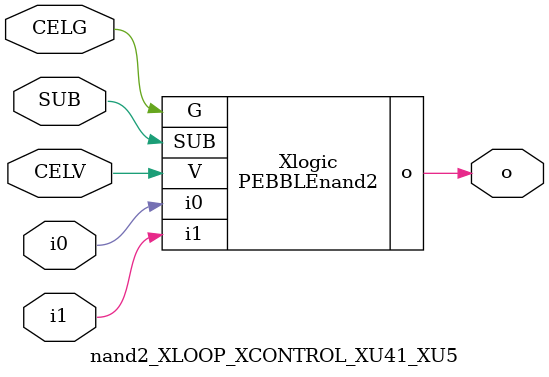
<source format=v>



module PEBBLEnand2 ( o, G, SUB, V, i0, i1 );

  input i0;
  input V;
  input i1;
  input G;
  output o;
  input SUB;
endmodule

//Celera Confidential Do Not Copy nand2_XLOOP_XCONTROL_XU41_XU5
//Celera Confidential Symbol Generator
//5V NAND2
module nand2_XLOOP_XCONTROL_XU41_XU5 (CELV,CELG,i0,i1,o,SUB);
input CELV;
input CELG;
input i0;
input i1;
input SUB;
output o;

//Celera Confidential Do Not Copy nand2
PEBBLEnand2 Xlogic(
.V (CELV),
.i0 (i0),
.i1 (i1),
.o (o),
.SUB (SUB),
.G (CELG)
);
//,diesize,PEBBLEnand2

//Celera Confidential Do Not Copy Module End
//Celera Schematic Generator
endmodule

</source>
